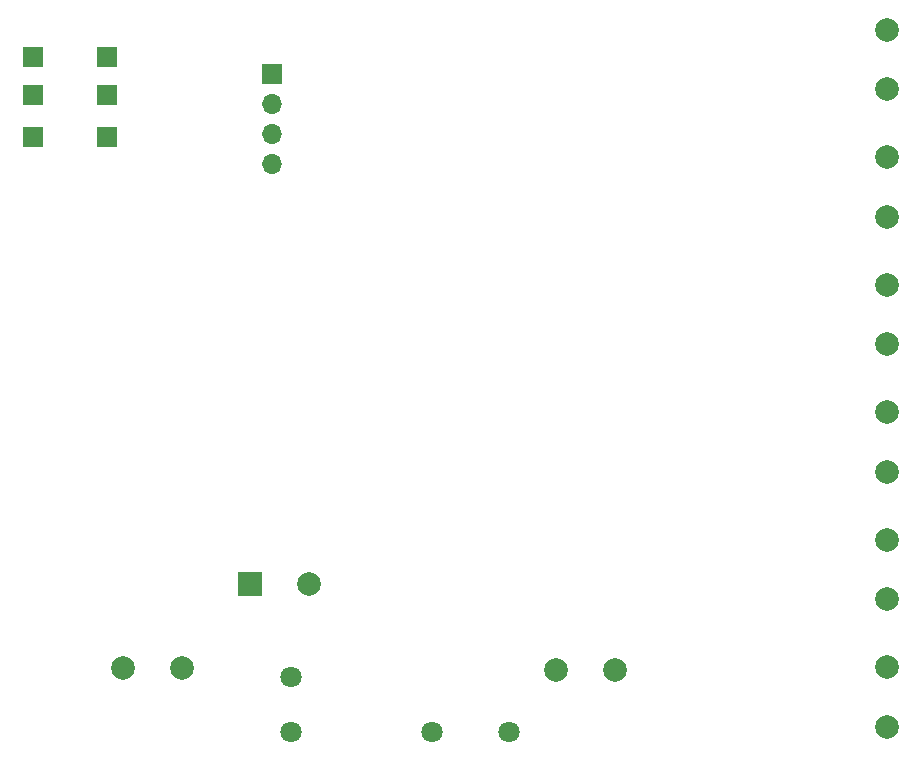
<source format=gbs>
G04 #@! TF.GenerationSoftware,KiCad,Pcbnew,5.1.10-88a1d61d58~90~ubuntu20.04.1*
G04 #@! TF.CreationDate,2021-08-15T15:07:41+03:00*
G04 #@! TF.ProjectId,DepremSanat,44657072-656d-4536-916e-61742e6b6963,rev?*
G04 #@! TF.SameCoordinates,Original*
G04 #@! TF.FileFunction,Soldermask,Bot*
G04 #@! TF.FilePolarity,Negative*
%FSLAX46Y46*%
G04 Gerber Fmt 4.6, Leading zero omitted, Abs format (unit mm)*
G04 Created by KiCad (PCBNEW 5.1.10-88a1d61d58~90~ubuntu20.04.1) date 2021-08-15 15:07:41*
%MOMM*%
%LPD*%
G01*
G04 APERTURE LIST*
%ADD10C,1.800000*%
%ADD11C,2.000000*%
%ADD12R,1.800000X1.800000*%
%ADD13O,1.700000X1.700000*%
%ADD14R,1.700000X1.700000*%
%ADD15R,2.000000X2.000000*%
G04 APERTURE END LIST*
D10*
X132990000Y-119825000D03*
X151490000Y-119825000D03*
X144990000Y-119825000D03*
X132990000Y-115125000D03*
D11*
X155488000Y-114554000D03*
X160488000Y-114554000D03*
X118785000Y-114427000D03*
X123785000Y-114427000D03*
D12*
X111150000Y-69390000D03*
X111150000Y-65890000D03*
X117450000Y-69390000D03*
X117450000Y-65890000D03*
X111150000Y-62690000D03*
X117450000Y-62690000D03*
D11*
X183515000Y-119340000D03*
X183515000Y-114340000D03*
X183515000Y-108545000D03*
X183515000Y-103545000D03*
X183515000Y-97750000D03*
X183515000Y-92750000D03*
X183515000Y-86955000D03*
X183515000Y-81955000D03*
X183515000Y-76160000D03*
X183515000Y-71160000D03*
X183515000Y-65365000D03*
X183515000Y-60365000D03*
D13*
X131445000Y-71755000D03*
X131445000Y-69215000D03*
X131445000Y-66675000D03*
D14*
X131445000Y-64135000D03*
D11*
X134540000Y-107315000D03*
D15*
X129540000Y-107315000D03*
M02*

</source>
